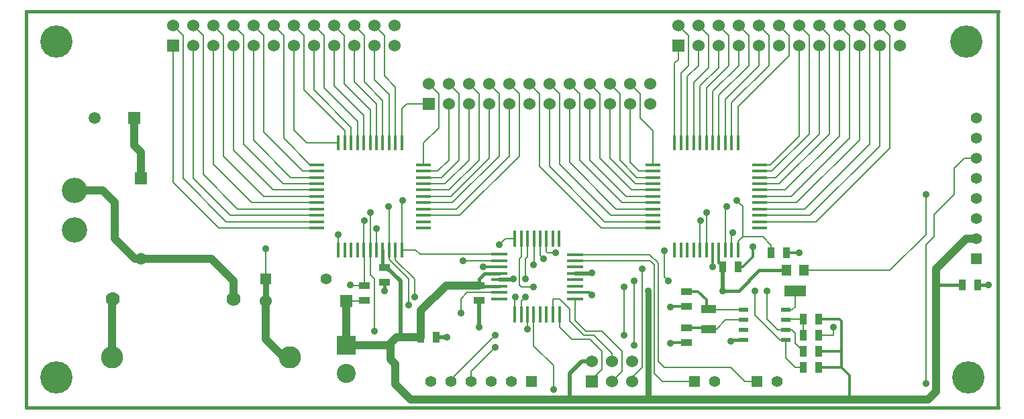
<source format=gtl>
G04 (created by PCBNEW-RS274X (2011-04-29 BZR 2986)-stable) date 8/30/2011 9:17:05 PM*
G01*
G70*
G90*
%MOIN*%
G04 Gerber Fmt 3.4, Leading zero omitted, Abs format*
%FSLAX34Y34*%
G04 APERTURE LIST*
%ADD10C,0.006000*%
%ADD11C,0.015000*%
%ADD12R,0.035000X0.055000*%
%ADD13R,0.060000X0.060000*%
%ADD14C,0.060000*%
%ADD15R,0.056000X0.056000*%
%ADD16C,0.056000*%
%ADD17R,0.078700X0.017700*%
%ADD18R,0.017700X0.078700*%
%ADD19R,0.055000X0.035000*%
%ADD20R,0.045000X0.020000*%
%ADD21R,0.074800X0.043300*%
%ADD22C,0.126000*%
%ADD23R,0.055000X0.055000*%
%ADD24C,0.055000*%
%ADD25C,0.070000*%
%ADD26C,0.110200*%
%ADD27R,0.059100X0.059100*%
%ADD28C,0.059100*%
%ADD29R,0.094500X0.094500*%
%ADD30C,0.094500*%
%ADD31R,0.110200X0.055100*%
%ADD32R,0.047200X0.055100*%
%ADD33R,0.077600X0.017700*%
%ADD34R,0.017700X0.077600*%
%ADD35C,0.160000*%
%ADD36C,0.035000*%
%ADD37C,0.040000*%
%ADD38C,0.016000*%
%ADD39C,0.012000*%
%ADD40C,0.020000*%
%ADD41C,0.008000*%
%ADD42C,0.030000*%
G04 APERTURE END LIST*
G54D10*
G54D11*
X64600Y-25600D02*
X16300Y-25600D01*
X16300Y-05900D02*
X16300Y-06100D01*
X64600Y-05900D02*
X16300Y-05900D01*
X64567Y-25591D02*
X64567Y-05906D01*
X16312Y-05906D02*
X16312Y-25591D01*
G54D12*
X62825Y-19500D03*
X63575Y-19500D03*
G54D13*
X22000Y-14200D03*
G54D14*
X22000Y-18200D03*
G54D15*
X28200Y-19200D03*
G54D16*
X31200Y-19200D03*
G54D17*
X39804Y-20193D03*
X39804Y-19878D03*
X39804Y-19563D03*
X39804Y-19248D03*
X39804Y-18933D03*
X39804Y-18618D03*
X39804Y-18303D03*
X39804Y-17988D03*
X43570Y-17990D03*
X43570Y-20200D03*
X43570Y-19880D03*
X43570Y-19560D03*
X43570Y-19250D03*
X43570Y-18930D03*
X43570Y-18620D03*
X43570Y-18300D03*
G54D18*
X40588Y-17200D03*
X40902Y-17200D03*
X41218Y-17200D03*
X41532Y-17200D03*
X41848Y-17200D03*
X42162Y-17200D03*
X42478Y-17200D03*
X42792Y-17200D03*
X40590Y-20980D03*
X40900Y-20980D03*
X41220Y-20980D03*
X41530Y-20980D03*
X41840Y-20980D03*
X42160Y-20980D03*
X42480Y-20980D03*
X42800Y-20980D03*
G54D19*
X33100Y-19525D03*
X33100Y-20275D03*
X34100Y-18625D03*
X34100Y-19375D03*
G54D12*
X50925Y-18600D03*
X51675Y-18600D03*
G54D20*
X54050Y-20750D03*
X51950Y-20750D03*
X54050Y-21250D03*
X54050Y-21750D03*
X54050Y-22250D03*
X51950Y-21250D03*
X51950Y-21750D03*
X51950Y-22250D03*
G54D13*
X23600Y-07600D03*
G54D14*
X23600Y-06600D03*
X24600Y-07600D03*
X24600Y-06600D03*
X25600Y-07600D03*
X25600Y-06600D03*
X26600Y-07600D03*
X26600Y-06600D03*
X27600Y-07600D03*
X27600Y-06600D03*
X28600Y-07600D03*
X28600Y-06600D03*
X29600Y-07600D03*
X29600Y-06600D03*
X30600Y-07600D03*
X30600Y-06600D03*
X31600Y-07600D03*
X31600Y-06600D03*
X32600Y-07600D03*
X32600Y-06600D03*
X33600Y-07600D03*
X33600Y-06600D03*
X34600Y-07600D03*
X34600Y-06600D03*
G54D13*
X36300Y-10500D03*
G54D14*
X36300Y-09500D03*
X37300Y-10500D03*
X37300Y-09500D03*
X38300Y-10500D03*
X38300Y-09500D03*
X39300Y-10500D03*
X39300Y-09500D03*
X40300Y-10500D03*
X40300Y-09500D03*
X41300Y-10500D03*
X41300Y-09500D03*
X42300Y-10500D03*
X42300Y-09500D03*
X43300Y-10500D03*
X43300Y-09500D03*
X44300Y-10500D03*
X44300Y-09500D03*
X45300Y-10500D03*
X45300Y-09500D03*
X46300Y-10500D03*
X46300Y-09500D03*
X47300Y-10500D03*
X47300Y-09500D03*
G54D13*
X48700Y-07600D03*
G54D14*
X48700Y-06600D03*
X49700Y-07600D03*
X49700Y-06600D03*
X50700Y-07600D03*
X50700Y-06600D03*
X51700Y-07600D03*
X51700Y-06600D03*
X52700Y-07600D03*
X52700Y-06600D03*
X53700Y-07600D03*
X53700Y-06600D03*
X54700Y-07600D03*
X54700Y-06600D03*
X55700Y-07600D03*
X55700Y-06600D03*
X56700Y-07600D03*
X56700Y-06600D03*
X57700Y-07600D03*
X57700Y-06600D03*
X58700Y-07600D03*
X58700Y-06600D03*
X59700Y-07600D03*
X59700Y-06600D03*
G54D21*
X50200Y-20708D03*
X50200Y-21692D03*
G54D22*
X18700Y-14816D03*
X18700Y-16784D03*
G54D19*
X49100Y-20575D03*
X49100Y-19825D03*
X49100Y-22375D03*
X49100Y-21625D03*
G54D12*
X55675Y-22000D03*
X54925Y-22000D03*
X54925Y-21200D03*
X55675Y-21200D03*
X54925Y-22800D03*
X55675Y-22800D03*
X54925Y-23600D03*
X55675Y-23600D03*
X53325Y-17900D03*
X54075Y-17900D03*
G54D23*
X63500Y-18200D03*
G54D24*
X63500Y-17200D03*
X63500Y-16200D03*
X63500Y-15200D03*
X63500Y-14200D03*
X63500Y-13200D03*
X63500Y-12200D03*
X63500Y-11200D03*
G54D25*
X20600Y-20200D03*
X26600Y-20200D03*
G54D13*
X44400Y-24300D03*
G54D14*
X44400Y-23300D03*
X45400Y-24300D03*
X45400Y-23300D03*
X46400Y-24300D03*
X46400Y-23300D03*
G54D12*
X35925Y-22100D03*
X36675Y-22100D03*
G54D26*
X20571Y-23100D03*
X29429Y-23100D03*
G54D27*
X21684Y-11200D03*
G54D28*
X19716Y-11200D03*
G54D29*
X32200Y-22511D03*
G54D30*
X32200Y-23889D03*
G54D13*
X32200Y-20300D03*
G54D14*
X28200Y-20300D03*
G54D31*
X54500Y-19812D03*
G54D32*
X54067Y-18788D03*
X54933Y-18788D03*
G54D23*
X41400Y-24300D03*
G54D24*
X40400Y-24300D03*
X39400Y-24300D03*
X38400Y-24300D03*
X37400Y-24300D03*
X36400Y-24300D03*
G54D23*
X49500Y-24300D03*
G54D24*
X50500Y-24300D03*
G54D23*
X52600Y-24300D03*
G54D24*
X53600Y-24300D03*
G54D19*
X38800Y-19525D03*
X38800Y-20275D03*
G54D33*
X36058Y-15100D03*
X36058Y-14785D03*
X36058Y-14470D03*
X36058Y-14155D03*
X36058Y-13840D03*
X36058Y-13525D03*
X36058Y-15415D03*
X36058Y-15730D03*
X36058Y-16045D03*
X36058Y-16360D03*
X36058Y-16675D03*
X30742Y-15100D03*
X30742Y-14785D03*
X30742Y-14470D03*
X30742Y-14155D03*
X30742Y-13840D03*
X30742Y-13525D03*
X30742Y-15415D03*
X30742Y-15730D03*
X30742Y-16045D03*
X30742Y-16360D03*
X30742Y-16675D03*
G54D34*
X33400Y-12442D03*
X33400Y-17758D03*
X33085Y-12442D03*
X33085Y-17758D03*
X32770Y-17758D03*
X32770Y-12442D03*
X32455Y-12442D03*
X32455Y-17758D03*
X32140Y-17758D03*
X32140Y-12442D03*
X31825Y-12442D03*
X31825Y-17758D03*
X33715Y-17758D03*
X33715Y-12442D03*
X34030Y-12442D03*
X34030Y-17758D03*
X34345Y-17758D03*
X34345Y-12442D03*
X34660Y-12442D03*
X34660Y-17758D03*
X34975Y-17758D03*
X34975Y-12442D03*
G54D33*
X52758Y-15100D03*
X52758Y-14785D03*
X52758Y-14470D03*
X52758Y-14155D03*
X52758Y-13840D03*
X52758Y-13525D03*
X52758Y-15415D03*
X52758Y-15730D03*
X52758Y-16045D03*
X52758Y-16360D03*
X52758Y-16675D03*
X47442Y-15100D03*
X47442Y-14785D03*
X47442Y-14470D03*
X47442Y-14155D03*
X47442Y-13840D03*
X47442Y-13525D03*
X47442Y-15415D03*
X47442Y-15730D03*
X47442Y-16045D03*
X47442Y-16360D03*
X47442Y-16675D03*
G54D34*
X50100Y-12442D03*
X50100Y-17758D03*
X49785Y-12442D03*
X49785Y-17758D03*
X49470Y-17758D03*
X49470Y-12442D03*
X49155Y-12442D03*
X49155Y-17758D03*
X48840Y-17758D03*
X48840Y-12442D03*
X48525Y-12442D03*
X48525Y-17758D03*
X50415Y-17758D03*
X50415Y-12442D03*
X50730Y-12442D03*
X50730Y-17758D03*
X51045Y-17758D03*
X51045Y-12442D03*
X51360Y-12442D03*
X51360Y-17758D03*
X51675Y-17758D03*
X51675Y-12442D03*
G54D35*
X17800Y-07400D03*
X17800Y-24100D03*
X63000Y-07400D03*
X63100Y-24100D03*
G54D36*
X44400Y-20000D03*
X47200Y-19800D03*
X50900Y-19800D03*
X51600Y-15300D03*
X35000Y-15300D03*
X41200Y-21700D03*
X33600Y-21800D03*
X50100Y-15900D03*
X33400Y-15900D03*
X40600Y-20100D03*
X35600Y-20100D03*
X41100Y-20100D03*
X35300Y-20500D03*
X51100Y-15600D03*
X34300Y-15600D03*
X38000Y-18300D03*
X32400Y-19500D03*
X49800Y-16300D03*
X33100Y-16300D03*
X39800Y-17500D03*
X28200Y-17700D03*
X41500Y-18500D03*
X46900Y-18700D03*
X41100Y-19200D03*
X46500Y-19300D03*
X46500Y-22500D03*
X39600Y-22600D03*
X41500Y-19600D03*
X46000Y-19600D03*
X46000Y-22000D03*
X39600Y-22000D03*
X42500Y-24700D03*
X61000Y-24400D03*
X64100Y-19500D03*
X54700Y-17900D03*
X50400Y-18600D03*
X44400Y-18900D03*
X40500Y-19200D03*
X33700Y-16700D03*
X48300Y-22400D03*
X48300Y-20600D03*
X34100Y-19800D03*
X52400Y-17600D03*
X51300Y-22300D03*
X37200Y-22100D03*
X38800Y-21600D03*
X39000Y-18600D03*
X31800Y-17000D03*
X51400Y-16900D03*
X56400Y-21600D03*
X37900Y-20900D03*
X42000Y-18200D03*
X53100Y-19800D03*
X42600Y-17900D03*
X48000Y-17800D03*
X48200Y-19300D03*
X52500Y-19800D03*
X61000Y-15000D03*
G54D37*
X22000Y-12900D02*
X21684Y-12584D01*
X22000Y-14200D02*
X22000Y-12900D01*
X21684Y-12584D02*
X21684Y-11200D01*
G54D38*
X62100Y-19500D02*
X61500Y-19500D01*
G54D37*
X61100Y-25200D02*
X61500Y-24800D01*
X61500Y-24800D02*
X61500Y-19500D01*
X61100Y-25200D02*
X57200Y-25200D01*
X62000Y-18200D02*
X63000Y-17200D01*
X61500Y-19500D02*
X61500Y-18700D01*
X61500Y-18700D02*
X62000Y-18200D01*
X63500Y-17200D02*
X63000Y-17200D01*
G54D38*
X62000Y-19500D02*
X62100Y-19500D01*
X62100Y-19500D02*
X62825Y-19500D01*
G54D37*
X38800Y-19525D02*
X37175Y-19525D01*
X35925Y-20775D02*
X35925Y-22100D01*
X37175Y-19525D02*
X35925Y-20775D01*
G54D39*
X50730Y-17758D02*
X50730Y-18405D01*
X50730Y-18405D02*
X50925Y-18600D01*
X44280Y-19880D02*
X43570Y-19880D01*
X44400Y-20000D02*
X44280Y-19880D01*
G54D38*
X34030Y-17758D02*
X34030Y-18555D01*
X34030Y-18555D02*
X34100Y-18625D01*
G54D40*
X34100Y-18625D02*
X34225Y-18625D01*
X34900Y-19300D02*
X34900Y-22100D01*
X34225Y-18625D02*
X34900Y-19300D01*
X43900Y-23300D02*
X43300Y-23900D01*
X43300Y-23900D02*
X43300Y-25200D01*
X44400Y-23300D02*
X43900Y-23300D01*
G54D39*
X55675Y-21200D02*
X56700Y-21200D01*
X56800Y-21300D02*
X56800Y-22800D01*
X56700Y-21200D02*
X56800Y-21300D01*
X55675Y-22800D02*
X56800Y-22800D01*
X56800Y-22800D02*
X56800Y-23600D01*
X56800Y-23600D02*
X56700Y-23600D01*
X57200Y-25200D02*
X57200Y-24000D01*
X56800Y-23600D02*
X56700Y-23600D01*
X56700Y-23600D02*
X55675Y-23600D01*
X57200Y-24000D02*
X56800Y-23600D01*
G54D41*
X32200Y-20300D02*
X33075Y-20300D01*
X33075Y-20300D02*
X33100Y-20275D01*
G54D40*
X50900Y-18625D02*
X50925Y-18600D01*
X50900Y-19800D02*
X50900Y-18625D01*
G54D37*
X34400Y-23200D02*
X34400Y-22600D01*
X34400Y-22600D02*
X34400Y-22400D01*
X34400Y-22400D02*
X34700Y-22100D01*
X34700Y-22100D02*
X34900Y-22100D01*
X34653Y-24200D02*
X34653Y-24453D01*
G54D38*
X51700Y-19800D02*
X52712Y-18788D01*
X38838Y-19563D02*
X38800Y-19525D01*
X39804Y-19563D02*
X38838Y-19563D01*
X52712Y-18788D02*
X54067Y-18788D01*
G54D37*
X34653Y-24200D02*
X34653Y-23453D01*
X55600Y-25200D02*
X57200Y-25200D01*
G54D38*
X38800Y-19200D02*
X39067Y-18933D01*
G54D37*
X55400Y-25200D02*
X55600Y-25200D01*
X47200Y-25200D02*
X55400Y-25200D01*
G54D42*
X47200Y-25200D02*
X47200Y-19800D01*
G54D37*
X43300Y-25200D02*
X47200Y-25200D01*
X35400Y-25200D02*
X43300Y-25200D01*
X34900Y-22100D02*
X35925Y-22100D01*
X32200Y-20300D02*
X32200Y-22511D01*
X32200Y-22511D02*
X34311Y-22511D01*
X34311Y-22511D02*
X34400Y-22600D01*
G54D38*
X38800Y-19525D02*
X38800Y-19200D01*
X39067Y-18933D02*
X39804Y-18933D01*
G54D37*
X34653Y-23453D02*
X34400Y-23200D01*
G54D38*
X50900Y-19800D02*
X51700Y-19800D01*
G54D37*
X34653Y-24453D02*
X35400Y-25200D01*
G54D41*
X53325Y-17900D02*
X53325Y-17525D01*
X52900Y-17100D02*
X51900Y-17100D01*
X53325Y-17525D02*
X52900Y-17100D01*
X51675Y-17758D02*
X51675Y-17325D01*
X51900Y-15600D02*
X51600Y-15300D01*
X51900Y-17100D02*
X51900Y-15600D01*
X51675Y-17325D02*
X51900Y-17100D01*
X34975Y-17758D02*
X34975Y-15325D01*
X51600Y-15300D02*
X51675Y-15375D01*
X34975Y-15325D02*
X35000Y-15300D01*
X39804Y-17988D02*
X35888Y-17988D01*
X35658Y-17758D02*
X34975Y-17758D01*
X35888Y-17988D02*
X35658Y-17758D01*
X33400Y-17758D02*
X33400Y-19000D01*
X41220Y-21680D02*
X41220Y-20980D01*
X41200Y-21700D02*
X41220Y-21680D01*
X33600Y-19200D02*
X33600Y-21800D01*
X33400Y-19000D02*
X33600Y-19200D01*
X50100Y-15900D02*
X50100Y-17758D01*
X33400Y-17758D02*
X33400Y-15900D01*
X40590Y-20110D02*
X40590Y-20980D01*
X40600Y-20100D02*
X40590Y-20110D01*
X35600Y-19200D02*
X35600Y-20100D01*
X34660Y-18260D02*
X35600Y-19200D01*
X34660Y-17758D02*
X34660Y-18260D01*
X34345Y-17758D02*
X34345Y-18245D01*
X40900Y-20300D02*
X40900Y-20980D01*
X41100Y-20100D02*
X40900Y-20300D01*
X35300Y-19200D02*
X35300Y-20500D01*
X34345Y-18245D02*
X35300Y-19200D01*
X34345Y-17758D02*
X34345Y-15645D01*
X51045Y-15655D02*
X51045Y-17758D01*
X51100Y-15600D02*
X51045Y-15655D01*
X34345Y-15645D02*
X34300Y-15600D01*
X47300Y-18300D02*
X43570Y-18300D01*
X47500Y-18500D02*
X47300Y-18300D01*
X47500Y-23900D02*
X47500Y-18500D01*
X47900Y-24300D02*
X47500Y-23900D01*
X49500Y-24300D02*
X47900Y-24300D01*
X47290Y-17990D02*
X43570Y-17990D01*
X47700Y-18400D02*
X47290Y-17990D01*
X47700Y-23300D02*
X47700Y-18400D01*
X48000Y-23600D02*
X47700Y-23300D01*
X51300Y-23600D02*
X48000Y-23600D01*
X52000Y-24300D02*
X51300Y-23600D01*
X52600Y-24300D02*
X52000Y-24300D01*
X44900Y-22800D02*
X44300Y-22200D01*
X44900Y-23700D02*
X44900Y-22800D01*
X44400Y-24200D02*
X44900Y-23700D01*
X44400Y-24300D02*
X44400Y-24200D01*
X42800Y-21600D02*
X42800Y-20980D01*
X43400Y-22200D02*
X42800Y-21600D01*
X44300Y-22200D02*
X43400Y-22200D01*
X45400Y-23300D02*
X45400Y-22900D01*
X42480Y-20220D02*
X42480Y-20980D01*
X42500Y-20200D02*
X42480Y-20220D01*
X42800Y-20200D02*
X42500Y-20200D01*
X43300Y-20700D02*
X42800Y-20200D01*
X43300Y-21300D02*
X43300Y-20700D01*
X44000Y-22000D02*
X43300Y-21300D01*
X44500Y-22000D02*
X44000Y-22000D01*
X45400Y-22900D02*
X44500Y-22000D01*
X33100Y-19525D02*
X32425Y-19525D01*
X38003Y-18303D02*
X39804Y-18303D01*
X38000Y-18300D02*
X38003Y-18303D01*
X32425Y-19525D02*
X32400Y-19500D01*
X33085Y-17758D02*
X33085Y-16315D01*
X49785Y-16315D02*
X49785Y-17758D01*
X49800Y-16300D02*
X49785Y-16315D01*
X33085Y-16315D02*
X33100Y-16300D01*
X33100Y-19525D02*
X33100Y-17773D01*
X33100Y-17773D02*
X33085Y-17758D01*
X28200Y-19200D02*
X28200Y-17700D01*
X40100Y-17200D02*
X40588Y-17200D01*
X39800Y-17500D02*
X40100Y-17200D01*
G54D37*
X28200Y-22200D02*
X28200Y-20300D01*
X29100Y-23100D02*
X28200Y-22200D01*
G54D42*
X28200Y-20300D02*
X28200Y-19200D01*
G54D37*
X29429Y-23100D02*
X29100Y-23100D01*
G54D41*
X46400Y-24300D02*
X46400Y-24100D01*
X41532Y-18468D02*
X41532Y-17200D01*
X41500Y-18500D02*
X41532Y-18468D01*
X46900Y-23600D02*
X46900Y-18700D01*
X46400Y-24100D02*
X46900Y-23600D01*
X38400Y-24300D02*
X38400Y-23800D01*
X41200Y-17218D02*
X41218Y-17200D01*
X41200Y-18100D02*
X41200Y-17218D01*
X41100Y-18200D02*
X41200Y-18100D01*
X41100Y-19200D02*
X41100Y-18200D01*
X46500Y-22500D02*
X46500Y-19300D01*
X38400Y-23800D02*
X39600Y-22600D01*
X44100Y-21800D02*
X43570Y-21270D01*
X44900Y-21800D02*
X44100Y-21800D01*
X45900Y-22800D02*
X44900Y-21800D01*
X45900Y-23800D02*
X45900Y-22800D01*
X45400Y-24300D02*
X45900Y-23800D01*
X43570Y-21270D02*
X43570Y-20200D01*
X37400Y-24300D02*
X37400Y-24200D01*
X40902Y-18098D02*
X40902Y-17200D01*
X40800Y-18200D02*
X40902Y-18098D01*
X40800Y-19500D02*
X40800Y-18200D01*
X40900Y-19600D02*
X40800Y-19500D01*
X41500Y-19600D02*
X40900Y-19600D01*
X46000Y-22000D02*
X46000Y-19600D01*
X37400Y-24200D02*
X39600Y-22000D01*
X61000Y-24400D02*
X61000Y-17500D01*
X61400Y-16000D02*
X62400Y-15000D01*
X42500Y-23500D02*
X42500Y-24700D01*
X41530Y-20980D02*
X41530Y-22530D01*
X41530Y-22530D02*
X42500Y-23500D01*
X62400Y-15000D02*
X62400Y-13700D01*
X62400Y-13700D02*
X62900Y-13200D01*
X62900Y-13200D02*
X63500Y-13200D01*
X61400Y-17100D02*
X61400Y-16000D01*
X61000Y-17500D02*
X61400Y-17100D01*
G54D38*
X63575Y-19500D02*
X64100Y-19500D01*
G54D39*
X54075Y-17900D02*
X54700Y-17900D01*
X50415Y-17758D02*
X50415Y-18585D01*
X50415Y-18585D02*
X50400Y-18600D01*
G54D40*
X43570Y-18930D02*
X44370Y-18930D01*
X44370Y-18930D02*
X44400Y-18900D01*
X39804Y-19248D02*
X40552Y-19248D01*
X40552Y-19248D02*
X40500Y-19200D01*
G54D41*
X33715Y-17758D02*
X33715Y-16715D01*
X33715Y-16715D02*
X33700Y-16700D01*
G54D39*
X49100Y-22375D02*
X48325Y-22375D01*
X48325Y-22375D02*
X48300Y-22400D01*
X49100Y-20575D02*
X48325Y-20575D01*
X48325Y-20575D02*
X48300Y-20600D01*
G54D38*
X34100Y-19375D02*
X34100Y-19800D01*
X51950Y-22250D02*
X51350Y-22250D01*
X51350Y-22250D02*
X51300Y-22300D01*
G54D39*
X39804Y-18618D02*
X39018Y-18618D01*
X51900Y-18600D02*
X52400Y-18100D01*
X52400Y-18100D02*
X52400Y-17600D01*
X51675Y-18600D02*
X51900Y-18600D01*
G54D40*
X36675Y-22100D02*
X37200Y-22100D01*
X38800Y-20275D02*
X38800Y-21600D01*
G54D39*
X39018Y-18618D02*
X39000Y-18600D01*
G54D41*
X45800Y-10000D02*
X45300Y-09500D01*
X45800Y-13300D02*
X45800Y-10000D01*
X46655Y-14155D02*
X45800Y-13300D01*
X47442Y-14155D02*
X46655Y-14155D01*
X46740Y-13840D02*
X46300Y-13400D01*
X47442Y-13840D02*
X46740Y-13840D01*
X46300Y-13400D02*
X46300Y-10500D01*
X41800Y-13600D02*
X41800Y-10000D01*
X44875Y-16675D02*
X41800Y-13600D01*
X47442Y-16675D02*
X44875Y-16675D01*
X41800Y-10000D02*
X41300Y-09500D01*
X47442Y-13525D02*
X47442Y-11842D01*
X46800Y-10000D02*
X46300Y-09500D01*
X46800Y-11200D02*
X46800Y-10000D01*
X47442Y-11842D02*
X46800Y-11200D01*
X45345Y-16045D02*
X42800Y-13500D01*
X47442Y-16045D02*
X45345Y-16045D01*
X42800Y-10000D02*
X42300Y-09500D01*
X42800Y-13500D02*
X42800Y-10000D01*
X43800Y-10000D02*
X43300Y-09500D01*
X43800Y-13300D02*
X43800Y-10000D01*
X45915Y-15415D02*
X43800Y-13300D01*
X47442Y-15415D02*
X45915Y-15415D01*
X31600Y-09600D02*
X31600Y-07600D01*
X33085Y-11085D02*
X31600Y-09600D01*
X33085Y-12442D02*
X33085Y-11085D01*
X32455Y-11655D02*
X30600Y-09800D01*
X32455Y-12442D02*
X32455Y-11655D01*
X30600Y-09800D02*
X30600Y-07600D01*
X31825Y-12442D02*
X30242Y-12442D01*
X29600Y-11800D02*
X29600Y-07600D01*
X30242Y-12442D02*
X29600Y-11800D01*
X34345Y-10045D02*
X33600Y-09300D01*
X34345Y-12442D02*
X34345Y-10045D01*
X33600Y-09300D02*
X33600Y-07600D01*
X26260Y-16360D02*
X24100Y-14200D01*
X30742Y-16360D02*
X26260Y-16360D01*
X24100Y-07100D02*
X23600Y-06600D01*
X24100Y-14200D02*
X24100Y-07100D01*
X46385Y-14785D02*
X44800Y-13200D01*
X47442Y-14785D02*
X46385Y-14785D01*
X44800Y-10000D02*
X44300Y-09500D01*
X44800Y-13200D02*
X44800Y-10000D01*
X51360Y-10440D02*
X53200Y-08600D01*
X51360Y-12442D02*
X51360Y-10440D01*
X53200Y-07100D02*
X52700Y-06600D01*
X53200Y-08600D02*
X53200Y-07100D01*
X27515Y-15415D02*
X25600Y-13500D01*
X30742Y-15415D02*
X27515Y-15415D01*
X25600Y-13500D02*
X25600Y-07600D01*
X37855Y-16045D02*
X40800Y-13100D01*
X36058Y-16045D02*
X37855Y-16045D01*
X40800Y-10000D02*
X40300Y-09500D01*
X40800Y-13100D02*
X40800Y-10000D01*
X30742Y-14785D02*
X28585Y-14785D01*
X26600Y-12800D02*
X26600Y-07600D01*
X28585Y-14785D02*
X26600Y-12800D01*
X36800Y-10000D02*
X36300Y-09500D01*
X36800Y-11700D02*
X36800Y-10000D01*
X36058Y-12442D02*
X36800Y-11700D01*
X36058Y-13525D02*
X36058Y-12442D01*
X29455Y-14155D02*
X27600Y-12300D01*
X30742Y-14155D02*
X29455Y-14155D01*
X27600Y-12300D02*
X27600Y-07600D01*
X28100Y-07100D02*
X27600Y-06600D01*
X28100Y-11900D02*
X28100Y-07100D01*
X30040Y-13840D02*
X28100Y-11900D01*
X30742Y-13840D02*
X30040Y-13840D01*
X37800Y-10000D02*
X37300Y-09500D01*
X37800Y-13300D02*
X37800Y-10000D01*
X36945Y-14155D02*
X37800Y-13300D01*
X36058Y-14155D02*
X36945Y-14155D01*
X30742Y-16675D02*
X25875Y-16675D01*
X23600Y-14400D02*
X23600Y-07600D01*
X25875Y-16675D02*
X23600Y-14400D01*
X29100Y-12200D02*
X29100Y-07100D01*
X30425Y-13525D02*
X29100Y-12200D01*
X30742Y-13525D02*
X30425Y-13525D01*
X29100Y-07100D02*
X28600Y-06600D01*
X36058Y-14785D02*
X37315Y-14785D01*
X38800Y-10000D02*
X38300Y-09500D01*
X38800Y-13300D02*
X38800Y-10000D01*
X37315Y-14785D02*
X38800Y-13300D01*
X26445Y-16045D02*
X24600Y-14200D01*
X30742Y-16045D02*
X26445Y-16045D01*
X24600Y-14200D02*
X24600Y-07600D01*
X37485Y-15415D02*
X39800Y-13100D01*
X36058Y-15415D02*
X37485Y-15415D01*
X39800Y-10000D02*
X39300Y-09500D01*
X39800Y-13100D02*
X39800Y-10000D01*
X55700Y-12000D02*
X55700Y-07600D01*
X53545Y-14155D02*
X55700Y-12000D01*
X52758Y-14155D02*
X53545Y-14155D01*
X51360Y-17758D02*
X51360Y-16940D01*
X31825Y-17025D02*
X31825Y-17758D01*
X31800Y-17000D02*
X31825Y-17025D01*
X51360Y-16940D02*
X51400Y-16900D01*
X56200Y-07100D02*
X55700Y-06600D01*
X56200Y-12000D02*
X56200Y-07100D01*
X53730Y-14470D02*
X56200Y-12000D01*
X52758Y-14470D02*
X53730Y-14470D01*
X48700Y-08300D02*
X48700Y-07600D01*
X48525Y-08475D02*
X48700Y-08300D01*
X48525Y-12442D02*
X48525Y-08475D01*
X52758Y-14785D02*
X54015Y-14785D01*
X56700Y-12100D02*
X56700Y-07600D01*
X54015Y-14785D02*
X56700Y-12100D01*
X48840Y-08960D02*
X49200Y-08600D01*
X48840Y-12442D02*
X48840Y-08960D01*
X49200Y-07100D02*
X48700Y-06600D01*
X49200Y-08600D02*
X49200Y-07100D01*
X49155Y-12442D02*
X49155Y-09145D01*
X49700Y-08600D02*
X49700Y-07600D01*
X49155Y-09145D02*
X49700Y-08600D01*
X49470Y-09430D02*
X50200Y-08700D01*
X49470Y-12442D02*
X49470Y-09430D01*
X50200Y-07100D02*
X49700Y-06600D01*
X50200Y-08700D02*
X50200Y-07100D01*
X50700Y-08700D02*
X50700Y-07600D01*
X49785Y-09615D02*
X50700Y-08700D01*
X49785Y-12442D02*
X49785Y-09615D01*
X50100Y-09700D02*
X51200Y-08600D01*
X50100Y-12442D02*
X50100Y-09700D01*
X51200Y-07100D02*
X50700Y-06600D01*
X51200Y-08600D02*
X51200Y-07100D01*
X51700Y-08600D02*
X51700Y-07600D01*
X50415Y-09885D02*
X51700Y-08600D01*
X50415Y-12442D02*
X50415Y-09885D01*
X50730Y-10070D02*
X52200Y-08600D01*
X50730Y-12442D02*
X50730Y-10070D01*
X52200Y-07100D02*
X51700Y-06600D01*
X52200Y-08600D02*
X52200Y-07100D01*
X51045Y-12442D02*
X51045Y-10255D01*
X52700Y-08600D02*
X52700Y-07600D01*
X51045Y-10255D02*
X52700Y-08600D01*
X54200Y-07100D02*
X53700Y-06600D01*
X54200Y-08100D02*
X54200Y-07100D01*
X51675Y-10625D02*
X54200Y-08100D01*
X51675Y-12442D02*
X51675Y-10625D01*
X32600Y-09400D02*
X32600Y-07600D01*
X33715Y-10515D02*
X32600Y-09400D01*
X33715Y-12442D02*
X33715Y-10515D01*
X32140Y-12442D02*
X32140Y-11840D01*
X30100Y-07100D02*
X29600Y-06600D01*
X30100Y-09800D02*
X30100Y-07100D01*
X32140Y-11840D02*
X30100Y-09800D01*
X31100Y-07100D02*
X30600Y-06600D01*
X31100Y-09700D02*
X31100Y-07100D01*
X32770Y-11370D02*
X31100Y-09700D01*
X32770Y-12442D02*
X32770Y-11370D01*
X32100Y-07100D02*
X31600Y-06600D01*
X32100Y-09500D02*
X32100Y-07100D01*
X33400Y-10800D02*
X32100Y-09500D01*
X33400Y-12442D02*
X33400Y-10800D01*
X33100Y-07100D02*
X32600Y-06600D01*
X33100Y-09400D02*
X33100Y-07100D01*
X34030Y-10330D02*
X33100Y-09400D01*
X34030Y-12442D02*
X34030Y-10330D01*
X34100Y-09100D02*
X34100Y-07100D01*
X34660Y-09660D02*
X34100Y-09100D01*
X34660Y-12442D02*
X34660Y-09660D01*
X34100Y-07100D02*
X33600Y-06600D01*
X57200Y-12200D02*
X57200Y-07100D01*
X54300Y-15100D02*
X57200Y-12200D01*
X52758Y-15100D02*
X54300Y-15100D01*
X57200Y-07100D02*
X56700Y-06600D01*
X54585Y-15415D02*
X57700Y-12300D01*
X52758Y-15415D02*
X54585Y-15415D01*
X57700Y-12300D02*
X57700Y-07600D01*
X52758Y-15730D02*
X54970Y-15730D01*
X58200Y-07100D02*
X57700Y-06600D01*
X58200Y-12500D02*
X58200Y-07100D01*
X54970Y-15730D02*
X58200Y-12500D01*
X52758Y-16045D02*
X55255Y-16045D01*
X58700Y-12600D02*
X58700Y-07600D01*
X55255Y-16045D02*
X58700Y-12600D01*
X59200Y-12700D02*
X59200Y-07100D01*
X55540Y-16360D02*
X59200Y-12700D01*
X52758Y-16360D02*
X55540Y-16360D01*
X59200Y-07100D02*
X58700Y-06600D01*
X52758Y-13525D02*
X53275Y-13525D01*
X54700Y-12100D02*
X54700Y-07600D01*
X53275Y-13525D02*
X54700Y-12100D01*
X52758Y-13840D02*
X53360Y-13840D01*
X55200Y-07100D02*
X54700Y-06600D01*
X55200Y-12000D02*
X55200Y-07100D01*
X53360Y-13840D02*
X55200Y-12000D01*
X25100Y-07100D02*
X24600Y-06600D01*
X25100Y-14000D02*
X25100Y-07100D01*
X26830Y-15730D02*
X25100Y-14000D01*
X30742Y-15730D02*
X26830Y-15730D01*
X30742Y-15100D02*
X28100Y-15100D01*
X26100Y-07100D02*
X25600Y-06600D01*
X26100Y-13100D02*
X26100Y-07100D01*
X28100Y-15100D02*
X26100Y-13100D01*
X27100Y-07100D02*
X26600Y-06600D01*
X27100Y-12500D02*
X27100Y-07100D01*
X29070Y-14470D02*
X27100Y-12500D01*
X30742Y-14470D02*
X29070Y-14470D01*
X35200Y-10500D02*
X36300Y-10500D01*
X34975Y-10725D02*
X35200Y-10500D01*
X34975Y-12442D02*
X34975Y-10725D01*
X36760Y-13840D02*
X37300Y-13300D01*
X36058Y-13840D02*
X36760Y-13840D01*
X37300Y-13300D02*
X37300Y-10500D01*
X36058Y-14470D02*
X37130Y-14470D01*
X38300Y-13300D02*
X38300Y-10500D01*
X37130Y-14470D02*
X38300Y-13300D01*
X36058Y-15100D02*
X37400Y-15100D01*
X39300Y-13200D02*
X39300Y-10500D01*
X37400Y-15100D02*
X39300Y-13200D01*
X37670Y-15730D02*
X40300Y-13100D01*
X36058Y-15730D02*
X37670Y-15730D01*
X40300Y-13100D02*
X40300Y-10500D01*
X42300Y-13600D02*
X42300Y-10500D01*
X45060Y-16360D02*
X42300Y-13600D01*
X47442Y-16360D02*
X45060Y-16360D01*
X47442Y-15730D02*
X45630Y-15730D01*
X43300Y-13400D02*
X43300Y-10500D01*
X45630Y-15730D02*
X43300Y-13400D01*
X46100Y-15100D02*
X44300Y-13300D01*
X47442Y-15100D02*
X46100Y-15100D01*
X44300Y-13300D02*
X44300Y-10500D01*
X47442Y-14470D02*
X46570Y-14470D01*
X45300Y-13200D02*
X45300Y-10500D01*
X46570Y-14470D02*
X45300Y-13200D01*
X54500Y-20600D02*
X54500Y-19812D01*
X54350Y-20750D02*
X54500Y-20600D01*
X54050Y-20750D02*
X54350Y-20750D01*
X39804Y-19878D02*
X38222Y-19878D01*
X56400Y-22000D02*
X55675Y-22000D01*
X56400Y-21600D02*
X56400Y-22000D01*
X37900Y-20200D02*
X37900Y-20900D01*
X38222Y-19878D02*
X37900Y-20200D01*
X50242Y-20750D02*
X50200Y-20708D01*
X51950Y-20750D02*
X50242Y-20750D01*
G54D39*
X49100Y-19825D02*
X49675Y-19825D01*
X50100Y-20608D02*
X50200Y-20708D01*
X50100Y-20250D02*
X50100Y-20608D01*
X49675Y-19825D02*
X50100Y-20250D01*
X50133Y-21625D02*
X50200Y-21692D01*
G54D41*
X50608Y-21692D02*
X51050Y-21250D01*
X50200Y-21692D02*
X50608Y-21692D01*
X51050Y-21250D02*
X51950Y-21250D01*
G54D39*
X49100Y-21625D02*
X50133Y-21625D01*
G54D41*
X54100Y-21200D02*
X54050Y-21250D01*
X54925Y-22000D02*
X54925Y-21200D01*
X54925Y-21200D02*
X54100Y-21200D01*
X54050Y-21750D02*
X53650Y-21750D01*
X41848Y-18048D02*
X41848Y-17200D01*
X42000Y-18200D02*
X41848Y-18048D01*
X53100Y-21200D02*
X53100Y-19800D01*
X53650Y-21750D02*
X53100Y-21200D01*
X54900Y-22800D02*
X54500Y-22400D01*
X54925Y-22800D02*
X54900Y-22800D01*
X54350Y-21750D02*
X54050Y-21750D01*
X54500Y-21900D02*
X54350Y-21750D01*
X54500Y-22400D02*
X54500Y-21900D01*
X54050Y-22250D02*
X53750Y-22250D01*
X42162Y-17862D02*
X42162Y-17200D01*
X42200Y-17900D02*
X42162Y-17862D01*
X42600Y-17900D02*
X42200Y-17900D01*
X48000Y-19100D02*
X48000Y-17800D01*
X48200Y-19300D02*
X48000Y-19100D01*
X52500Y-21000D02*
X52500Y-19800D01*
X53750Y-22250D02*
X52500Y-21000D01*
X54925Y-23600D02*
X54500Y-23600D01*
X54050Y-23150D02*
X54050Y-22250D01*
X54500Y-23600D02*
X54050Y-23150D01*
G54D37*
X20571Y-23100D02*
X20571Y-20229D01*
X20571Y-20229D02*
X20600Y-20200D01*
X22000Y-18200D02*
X21700Y-18200D01*
X20116Y-14816D02*
X18700Y-14816D01*
X20700Y-15400D02*
X20116Y-14816D01*
X20700Y-17200D02*
X20700Y-15400D01*
X21700Y-18200D02*
X20700Y-17200D01*
X22000Y-18200D02*
X25500Y-18200D01*
X26600Y-19300D02*
X26600Y-20200D01*
X25500Y-18200D02*
X26600Y-19300D01*
G54D41*
X54933Y-18788D02*
X59212Y-18788D01*
X61000Y-17000D02*
X61000Y-15000D01*
X59212Y-18788D02*
X61000Y-17000D01*
M02*

</source>
